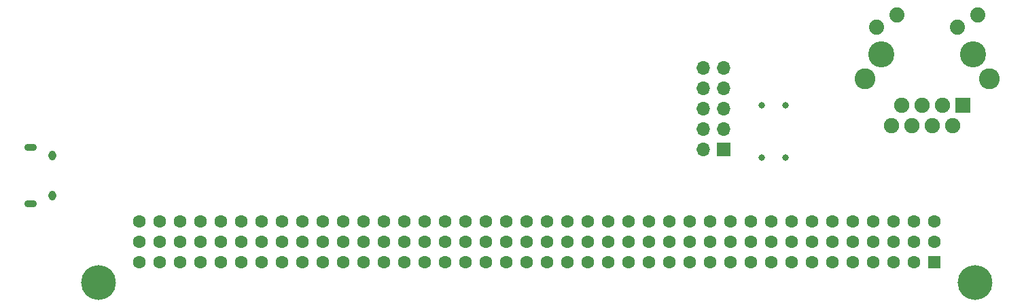
<source format=gbr>
%TF.GenerationSoftware,KiCad,Pcbnew,5.1.9+dfsg1-1~bpo10+1*%
%TF.CreationDate,2024-04-04T13:03:37+02:00*%
%TF.ProjectId,IIsiSEthernet,49497369-5345-4746-9865-726e65742e6b,rev?*%
%TF.SameCoordinates,Original*%
%TF.FileFunction,Soldermask,Bot*%
%TF.FilePolarity,Negative*%
%FSLAX46Y46*%
G04 Gerber Fmt 4.6, Leading zero omitted, Abs format (unit mm)*
G04 Created by KiCad (PCBNEW 5.1.9+dfsg1-1~bpo10+1) date 2024-04-04 13:03:37*
%MOMM*%
%LPD*%
G01*
G04 APERTURE LIST*
%ADD10C,0.800000*%
%ADD11O,1.550000X0.890000*%
%ADD12O,0.950000X1.250000*%
%ADD13O,1.700000X1.700000*%
%ADD14R,1.700000X1.700000*%
%ADD15C,3.250000*%
%ADD16C,2.600000*%
%ADD17C,1.890000*%
%ADD18C,1.900000*%
%ADD19R,1.900000X1.900000*%
%ADD20C,4.335000*%
%ADD21C,1.605000*%
%ADD22R,1.605000X1.605000*%
G04 APERTURE END LIST*
D10*
%TO.C,S2*%
X181500000Y-130500000D03*
X178500000Y-130500000D03*
%TD*%
%TO.C,S1*%
X181500000Y-137000000D03*
X178500000Y-137000000D03*
%TD*%
D11*
%TO.C,J3*%
X87425000Y-142739404D03*
X87425000Y-135739404D03*
D12*
X90125000Y-141739404D03*
X90125000Y-136739404D03*
%TD*%
D13*
%TO.C,J7*%
X171210000Y-125840000D03*
X173750000Y-125840000D03*
X171210000Y-128380000D03*
X173750000Y-128380000D03*
X171210000Y-130920000D03*
X173750000Y-130920000D03*
X171210000Y-133460000D03*
X173750000Y-133460000D03*
X171210000Y-136000000D03*
D14*
X173750000Y-136000000D03*
%TD*%
D15*
%TO.C,J5*%
X193415893Y-124095893D03*
X204845893Y-124095893D03*
D16*
X191355893Y-127145893D03*
X206905893Y-127145893D03*
D17*
X205455893Y-119195893D03*
X202915893Y-120715893D03*
X195345893Y-119195893D03*
X192805893Y-120715893D03*
D18*
X194685893Y-132975893D03*
X195955893Y-130435893D03*
X197225893Y-132975893D03*
X198495893Y-130435893D03*
X199765893Y-132975893D03*
X201035893Y-130435893D03*
X202305893Y-132975893D03*
D19*
X203575893Y-130435893D03*
%TD*%
D20*
%TO.C,J1*%
X95860000Y-152540000D03*
X205080000Y-152540000D03*
D21*
X100940000Y-144920000D03*
X103480000Y-144920000D03*
X106020000Y-144920000D03*
X108560000Y-144920000D03*
X111100000Y-144920000D03*
X113640000Y-144920000D03*
X116180000Y-144920000D03*
X118720000Y-144920000D03*
X121260000Y-144920000D03*
X123800000Y-144920000D03*
X126340000Y-144920000D03*
X128880000Y-144920000D03*
X131420000Y-144920000D03*
X133960000Y-144920000D03*
X136500000Y-144920000D03*
X139040000Y-144920000D03*
X141580000Y-144920000D03*
X144120000Y-144920000D03*
X146660000Y-144920000D03*
X149200000Y-144920000D03*
X151740000Y-144920000D03*
X154280000Y-144920000D03*
X156820000Y-144920000D03*
X159360000Y-144920000D03*
X161900000Y-144920000D03*
X164440000Y-144920000D03*
X166980000Y-144920000D03*
X169520000Y-144920000D03*
X172060000Y-144920000D03*
X174600000Y-144920000D03*
X177140000Y-144920000D03*
X179680000Y-144920000D03*
X182220000Y-144920000D03*
X184760000Y-144920000D03*
X187300000Y-144920000D03*
X189840000Y-144920000D03*
X192380000Y-144920000D03*
X194920000Y-144920000D03*
X197460000Y-144920000D03*
X200000000Y-144920000D03*
X100940000Y-147460000D03*
X103480000Y-147460000D03*
X106020000Y-147460000D03*
X108560000Y-147460000D03*
X111100000Y-147460000D03*
X113640000Y-147460000D03*
X116180000Y-147460000D03*
X118720000Y-147460000D03*
X121260000Y-147460000D03*
X123800000Y-147460000D03*
X126340000Y-147460000D03*
X128880000Y-147460000D03*
X131420000Y-147460000D03*
X133960000Y-147460000D03*
X136500000Y-147460000D03*
X139040000Y-147460000D03*
X141580000Y-147460000D03*
X144120000Y-147460000D03*
X146660000Y-147460000D03*
X149200000Y-147460000D03*
X151740000Y-147460000D03*
X154280000Y-147460000D03*
X156820000Y-147460000D03*
X159360000Y-147460000D03*
X161900000Y-147460000D03*
X164440000Y-147460000D03*
X166980000Y-147460000D03*
X169520000Y-147460000D03*
X172060000Y-147460000D03*
X174600000Y-147460000D03*
X177140000Y-147460000D03*
X179680000Y-147460000D03*
X182220000Y-147460000D03*
X184760000Y-147460000D03*
X187300000Y-147460000D03*
X189840000Y-147460000D03*
X192380000Y-147460000D03*
X194920000Y-147460000D03*
X197460000Y-147460000D03*
X200000000Y-147460000D03*
X100940000Y-150000000D03*
X103480000Y-150000000D03*
X106020000Y-150000000D03*
X108560000Y-150000000D03*
X111100000Y-150000000D03*
X113640000Y-150000000D03*
X116180000Y-150000000D03*
X118720000Y-150000000D03*
X121260000Y-150000000D03*
X123800000Y-150000000D03*
X126340000Y-150000000D03*
X128880000Y-150000000D03*
X131420000Y-150000000D03*
X133960000Y-150000000D03*
X136500000Y-150000000D03*
X139040000Y-150000000D03*
X141580000Y-150000000D03*
X144120000Y-150000000D03*
X146660000Y-150000000D03*
X149200000Y-150000000D03*
X151740000Y-150000000D03*
X154280000Y-150000000D03*
X156820000Y-150000000D03*
X159360000Y-150000000D03*
X161900000Y-150000000D03*
X164440000Y-150000000D03*
X166980000Y-150000000D03*
X169520000Y-150000000D03*
X172060000Y-150000000D03*
X174600000Y-150000000D03*
X177140000Y-150000000D03*
X179680000Y-150000000D03*
X182220000Y-150000000D03*
X184760000Y-150000000D03*
X187300000Y-150000000D03*
X189840000Y-150000000D03*
X192380000Y-150000000D03*
X194920000Y-150000000D03*
X197460000Y-150000000D03*
D22*
X200000000Y-150000000D03*
%TD*%
M02*

</source>
